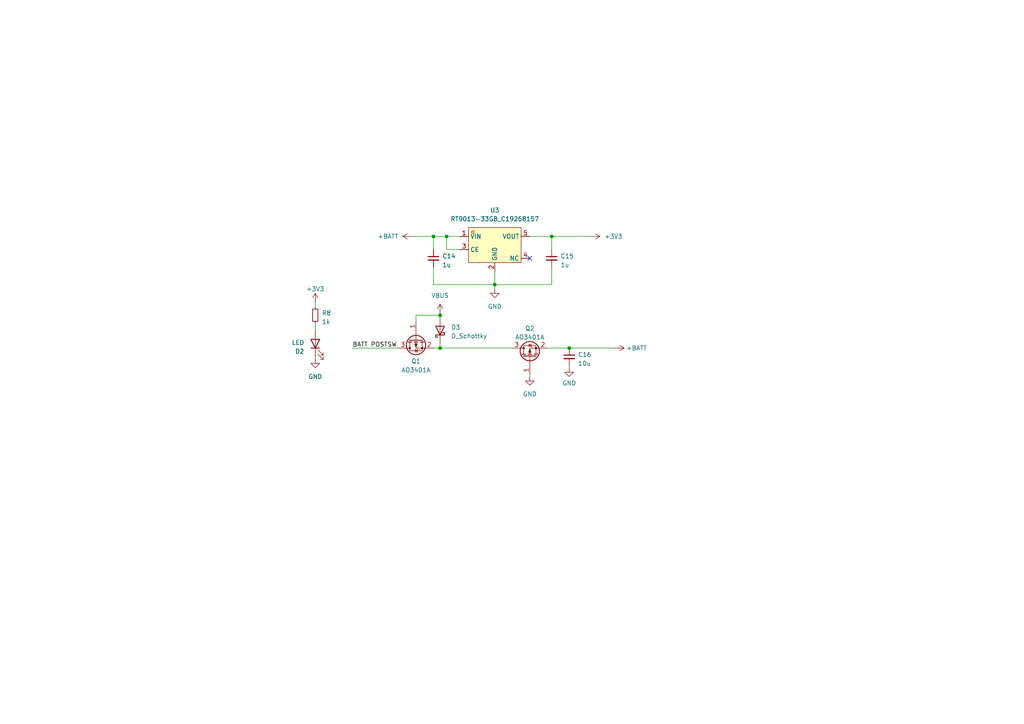
<source format=kicad_sch>
(kicad_sch (version 20231120) (generator "eeschema") (generator_version "8.0")
  (paper "A4")
  (lib_symbols
    (symbol "+3V3_3" (power) (pin_numbers hide) (pin_names (offset 0) hide)
      (property "Value" "+3V3" (at 0 3.556 0))
      (symbol "+3V3_3_0_1"
        (polyline (pts (xy -0.762 1.27) (xy 0 2.54)))
        (polyline (pts (xy 0 0) (xy 0 2.54)))
        (polyline (pts (xy 0 2.54) (xy 0.762 1.27)))
      )
      (symbol "+3V3_3_1_1"
        (pin power_in line (at 0 0 90) (length 0) (name "~") (number "1"))
      )
    )
    (symbol ".kicad_sym:RT9013-33GB_C19268157"
      (property "Reference" "U" (at 0 7.62 0))
      (property "Value" "RT9013-33GB_C19268157" (at 0 -7.62 0))
      (symbol "RT9013-33GB_C19268157_0_1"
        (rectangle (start -7.62 5.08) (end 7.62 -5.08) (fill (type background)))
        (circle (center -6.35 3.81) (radius 0.38))
        (pin unspecified line (at -10.16 2.54 0) (length 2.54) (name "VIN") (number "1"))
        (pin unspecified line (at 0 -7.62 90) (length 2.54) (name "GND") (number "2"))
        (pin unspecified line (at -10.16 -1.27 0) (length 2.54) (name "CE") (number "3"))
        (pin unspecified line (at 10.16 -3.81 180) (length 2.54) (name "NC") (number "4"))
        (pin unspecified line (at 10.16 2.54 180) (length 2.54) (name "VOUT") (number "5"))
      )
    )
    (symbol "Device:C_Small" (pin_numbers hide) (pin_names (offset 0.254) hide)
      (property "Reference" "C" (at 0.254 1.778 0))
      (property "Value" "C_Small" (at 0.254 -2.032 0))
      (symbol "C_Small_0_1"
        (polyline (pts (xy -1.524 -0.508) (xy 1.524 -0.508)) (stroke (width 0.3302)))
        (polyline (pts (xy -1.524 0.508) (xy 1.524 0.508)) (stroke (width 0.3048)))
      )
      (symbol "C_Small_1_1"
        (pin passive line (at 0 2.54 270) (length 2.032) (name "~") (number "1"))
        (pin passive line (at 0 -2.54 90) (length 2.032) (name "~") (number "2"))
      )
    )
    (symbol "Device:D_Schottky" (pin_numbers hide) (pin_names (offset 1.016) hide)
      (property "Reference" "D" (at 0 2.54 0))
      (property "Value" "D_Schottky" (at 0 -2.54 0))
      (symbol "D_Schottky_0_1"
        (polyline (pts (xy 1.27 0) (xy -1.27 0)))
        (polyline (pts (xy 1.27 1.27) (xy 1.27 -1.27) (xy -1.27 0) (xy 1.27 1.27)) (stroke (width 0.254)))
        (polyline (pts (xy -1.905 0.635) (xy -1.905 1.27) (xy -1.27 1.27) (xy -1.27 -1.27) (xy -0.635 -1.27) (xy -0.635 -0.635)) (stroke (width 0.254)))
      )
      (symbol "D_Schottky_1_1"
        (pin passive line (at -3.81 0 0) (length 2.54) (name "K") (number "1"))
        (pin passive line (at 3.81 0 180) (length 2.54) (name "A") (number "2"))
      )
    )
    (symbol "Device:LED" (pin_numbers hide) (pin_names (offset 1.016) hide)
      (property "Reference" "D" (at 0 2.54 0))
      (property "Value" "LED" (at 0 -2.54 0))
      (symbol "LED_0_1"
        (polyline (pts (xy -1.27 -1.27) (xy -1.27 1.27)) (stroke (width 0.254)))
        (polyline (pts (xy -1.27 0) (xy 1.27 0)))
        (polyline (pts (xy 1.27 -1.27) (xy 1.27 1.27) (xy -1.27 0) (xy 1.27 -1.27)) (stroke (width 0.254)))
        (polyline (pts (xy -3.048 -0.762) (xy -4.572 -2.286) (xy -3.81 -2.286) (xy -4.572 -2.286) (xy -4.572 -1.524)))
        (polyline (pts (xy -1.778 -0.762) (xy -3.302 -2.286) (xy -2.54 -2.286) (xy -3.302 -2.286) (xy -3.302 -1.524)))
      )
      (symbol "LED_1_1"
        (pin passive line (at -3.81 0 0) (length 2.54) (name "K") (number "1"))
        (pin passive line (at 3.81 0 180) (length 2.54) (name "A") (number "2"))
      )
    )
    (symbol "Device:R_Small" (pin_numbers hide) (pin_names (offset 0.254) hide)
      (property "Reference" "R" (at 0.762 0.508 0))
      (property "Value" "R_Small" (at 0.762 -1.016 0))
      (symbol "R_Small_0_1"
        (rectangle (start -0.762 1.778) (end 0.762 -1.778) (stroke (width 0.2032)))
      )
      (symbol "R_Small_1_1"
        (pin passive line (at 0 2.54 270) (length 0.762) (name "~") (number "1"))
        (pin passive line (at 0 -2.54 90) (length 0.762) (name "~") (number "2"))
      )
    )
    (symbol "GND_3" (power) (pin_numbers hide) (pin_names (offset 0) hide)
      (property "Value" "GND" (at 0 -3.81 0))
      (symbol "GND_3_0_1"
        (polyline (pts (xy 0 0) (xy 0 -1.27) (xy 1.27 -1.27) (xy 0 -2.54) (xy -1.27 -1.27) (xy 0 -1.27)))
      )
      (symbol "GND_3_1_1"
        (pin power_in line (at 0 0 270) (length 0) (name "~") (number "1"))
      )
    )
    (symbol "Transistor_FET:AO3401A" (pin_names hide)
      (property "Reference" "Q" (at 5.08 1.905 0))
      (property "Value" "AO3401A" (at 5.08 0 0))
      (symbol "AO3401A_0_1"
        (polyline (pts (xy 0.254 0) (xy -2.54 0)))
        (polyline (pts (xy 0.254 1.905) (xy 0.254 -1.905)) (stroke (width 0.254)))
        (polyline (pts (xy 0.762 -1.27) (xy 0.762 -2.286)) (stroke (width 0.254)))
        (polyline (pts (xy 0.762 0.508) (xy 0.762 -0.508)) (stroke (width 0.254)))
        (polyline (pts (xy 0.762 2.286) (xy 0.762 1.27)) (stroke (width 0.254)))
        (polyline (pts (xy 2.54 2.54) (xy 2.54 1.778)))
        (polyline (pts (xy 2.54 -2.54) (xy 2.54 0) (xy 0.762 0)))
        (polyline (pts (xy 0.762 1.778) (xy 3.302 1.778) (xy 3.302 -1.778) (xy 0.762 -1.778)))
        (polyline (pts (xy 2.286 0) (xy 1.27 0.381) (xy 1.27 -0.381) (xy 2.286 0)) (fill (type outline)))
        (polyline (pts (xy 2.794 -0.508) (xy 2.921 -0.381) (xy 3.683 -0.381) (xy 3.81 -0.254)))
        (polyline (pts (xy 3.302 -0.381) (xy 2.921 0.254) (xy 3.683 0.254) (xy 3.302 -0.381)))
        (circle (center 1.651 0) (radius 2.794) (stroke (width 0.254)))
        (circle (center 2.54 -1.778) (radius 0.254) (fill (type outline)))
        (circle (center 2.54 1.778) (radius 0.254) (fill (type outline)))
      )
      (symbol "AO3401A_1_1"
        (pin input line (at -5.08 0 0) (length 2.54) (name "G") (number "1"))
        (pin passive line (at 2.54 -5.08 90) (length 2.54) (name "S") (number "2"))
        (pin passive line (at 2.54 5.08 270) (length 2.54) (name "D") (number "3"))
      )
    )
    (symbol "power:+12P" (power) (pin_names (offset 0))
      (property "Value" "+12P" (at 0 3.556 0))
      (symbol "+12P_0_1"
        (polyline (pts (xy -0.762 1.27) (xy 0 2.54)))
        (polyline (pts (xy 0 0) (xy 0 2.54)))
        (polyline (pts (xy 0 2.54) (xy 0.762 1.27)))
      )
      (symbol "+12P_1_1"
        (pin power_in line (at 0 0 90) (length 0) hide (name "+12P") (number "1"))
      )
    )
    (symbol "power:+3V3" (power) (pin_names (offset 0))
      (property "Value" "+3V3" (at 0 3.556 0))
      (symbol "+3V3_0_1"
        (polyline (pts (xy -0.762 1.27) (xy 0 2.54)))
        (polyline (pts (xy 0 0) (xy 0 2.54)))
        (polyline (pts (xy 0 2.54) (xy 0.762 1.27)))
      )
      (symbol "+3V3_1_1"
        (pin power_in line (at 0 0 90) (length 0) hide (name "+3V3") (number "1"))
      )
    )
    (symbol "power:GND" (power) (pin_names (offset 0))
      (property "Value" "GND" (at 0 -3.81 0))
      (symbol "GND_0_1"
        (polyline (pts (xy 0 0) (xy 0 -1.27) (xy 1.27 -1.27) (xy 0 -2.54) (xy -1.27 -1.27) (xy 0 -1.27)))
      )
      (symbol "GND_1_1"
        (pin power_in line (at 0 0 270) (length 0) hide (name "GND") (number "1"))
      )
    )
    (symbol "power:VBUS" (power) (pin_names (offset 0))
      (property "Value" "VBUS" (at 0 3.81 0))
      (symbol "VBUS_0_1"
        (polyline (pts (xy -0.762 1.27) (xy 0 2.54)))
        (polyline (pts (xy 0 0) (xy 0 2.54)))
        (polyline (pts (xy 0 2.54) (xy 0.762 1.27)))
      )
      (symbol "VBUS_1_1"
        (pin power_in line (at 0 0 90) (length 0) hide (name "VBUS") (number "1"))
      )
    )
  )
  (junction (at 160.02 68.58))
  (junction (at 127.635 100.965))
  (junction (at 129.54 68.58))
  (junction (at 143.51 82.55))
  (junction (at 127.635 91.44))
  (junction (at 125.73 68.58))
  (junction (at 165.1 100.965))
  (no_connect (at 153.67 74.93))
  (wire (pts (xy 160.02 68.58) (xy 171.45 68.58)))
  (wire (pts (xy 91.44 87.63) (xy 91.44 88.9)))
  (wire (pts (xy 125.73 77.47) (xy 125.73 82.55)))
  (wire (pts (xy 165.1 100.965) (xy 178.435 100.965)))
  (wire (pts (xy 165.1 106.045) (xy 165.1 106.68)))
  (wire (pts (xy 120.65 91.44) (xy 127.635 91.44)))
  (wire (pts (xy 143.51 82.55) (xy 143.51 83.82)))
  (wire (pts (xy 143.51 78.74) (xy 143.51 82.55)))
  (wire (pts (xy 160.02 77.47) (xy 160.02 82.55)))
  (wire (pts (xy 125.73 100.965) (xy 127.635 100.965)))
  (wire (pts (xy 129.54 68.58) (xy 133.35 68.58)))
  (wire (pts (xy 91.44 103.505) (xy 91.44 104.14)))
  (wire (pts (xy 160.02 68.58) (xy 160.02 72.39)))
  (wire (pts (xy 153.67 109.22) (xy 153.67 108.585)))
  (wire (pts (xy 127.635 90.805) (xy 127.635 91.44)))
  (wire (pts (xy 125.73 68.58) (xy 129.54 68.58)))
  (wire (pts (xy 91.44 95.885) (xy 91.44 93.98)))
  (wire (pts (xy 119.38 68.58) (xy 125.73 68.58)))
  (wire (pts (xy 129.54 72.39) (xy 129.54 68.58)))
  (wire (pts (xy 143.51 82.55) (xy 125.73 82.55)))
  (wire (pts (xy 102.235 100.965) (xy 115.57 100.965)))
  (wire (pts (xy 120.65 91.44) (xy 120.65 93.345)))
  (wire (pts (xy 127.635 100.965) (xy 148.59 100.965)))
  (wire (pts (xy 127.635 91.44) (xy 127.635 92.075)))
  (wire (pts (xy 153.67 68.58) (xy 160.02 68.58)))
  (wire (pts (xy 158.75 100.965) (xy 165.1 100.965)))
  (wire (pts (xy 125.73 68.58) (xy 125.73 72.39)))
  (wire (pts (xy 127.635 99.695) (xy 127.635 100.965)))
  (wire (pts (xy 133.35 72.39) (xy 129.54 72.39)))
  (wire (pts (xy 143.51 82.55) (xy 160.02 82.55)))
  (label "BATT POSTSW" (at 102.235 100.965 0))
  (symbol (lib_id "Device:R_Small") (at 91.44 91.44 180) (unit 1)
    (property "Reference" "R8" (at 93.345 90.805 0) (effects (justify right)))
    (property "Value" "1k" (at 93.345 93.345 0) (effects (justify right)))
    (property "Footprint" "Resistor_SMD:R_0402_1005Metric" (effects (hide yes)))
    (property "LCSC Part" "C11702" (effects (hide yes)))
  )
  (symbol (lib_id "power:GND") (at 165.1 106.68 0) (unit 1)
    (property "Reference" "#PWR031" (effects (hide yes)))
    (property "Value" "GND" (at 165.1 111.125 0))
  )
  (symbol (lib_name "GND_3") (lib_id "power:GND") (at 143.51 83.82 0) (unit 1)
    (property "Reference" "#PWR029" (effects (hide yes)))
    (property "Value" "GND" (at 143.51 88.9 0))
    (property "Description" "Power symbol creates a global label with name \"GND\" , ground" (effects (hide yes)))
  )
  (symbol (lib_id "Transistor_FET:AO3401A") (at 153.67 103.505 90) (unit 1)
    (property "Reference" "Q2" (at 153.67 95.25 90))
    (property "Value" "AO3401A" (at 153.67 97.79 90))
    (property "Footprint" "Package_TO_SOT_SMD:SOT-23" (effects (hide yes)))
    (property "Datasheet" "http://www.aosmd.com/pdfs/datasheet/AO3401A.pdf" (effects (hide yes)))
    (property "LCSC Part" "C15127" (effects (hide yes)))
  )
  (symbol (lib_id "Device:C_Small") (at 160.02 74.93 0) (unit 1)
    (property "Reference" "C15" (at 162.56 74.3013 0) (effects (justify left)))
    (property "Value" "1u" (at 162.56 76.8413 0) (effects (justify left)))
    (property "Footprint" "Capacitor_SMD:C_0402_1005Metric" (effects (hide yes)))
    (property "LCSC Part" "C52923" (effects (hide yes)))
  )
  (symbol (lib_name "+3V3_3") (lib_id "power:+3V3") (at 171.45 68.58 270) (unit 1)
    (property "Reference" "#PWR032" (effects (hide yes)))
    (property "Value" "+3V3" (at 175.26 68.5799 90) (effects (justify left)))
    (property "Description" "Power symbol creates a global label with name \"+3V3\"" (effects (hide yes)))
  )
  (symbol (lib_id "power:GND") (at 91.44 104.14 0) (unit 1)
    (property "Reference" "#PWR026" (effects (hide yes)))
    (property "Value" "GND" (at 91.44 109.22 0))
  )
  (symbol (lib_id "power:VBUS") (at 127.635 90.805 0) (unit 1)
    (property "Reference" "#PWR028" (effects (hide yes)))
    (property "Value" "VBUS" (at 127.635 85.725 0))
  )
  (symbol (lib_id "Device:D_Schottky") (at 127.635 95.885 90) (unit 1)
    (property "Reference" "D3" (at 130.81 94.9324 90) (effects (justify right)))
    (property "Value" "D_Schottky" (at 130.81 97.4724 90) (effects (justify right)))
    (property "Footprint" "Diode_SMD:D_SOD-323F" (effects (hide yes)))
    (property "Description" "Schottky diode" (effects (hide yes)))
    (property "LCSC Part" "C191023" (effects (hide yes)))
  )
  (symbol (lib_id "Device:C_Small") (at 125.73 74.93 0) (unit 1)
    (property "Reference" "C14" (at 128.27 74.3013 0) (effects (justify left)))
    (property "Value" "1u" (at 128.27 76.8413 0) (effects (justify left)))
    (property "Footprint" "Capacitor_SMD:C_0402_1005Metric" (effects (hide yes)))
    (property "LCSC Part" "C52923" (effects (hide yes)))
  )
  (symbol (lib_id ".kicad_sym:RT9013-33GB_C19268157") (at 143.51 71.12 0) (unit 1)
    (property "Reference" "U3" (at 143.51 60.96 0))
    (property "Value" "RT9013-33GB_C19268157" (at 143.51 63.5 0))
    (property "Footprint" ".pretty:SOT-23-5_L2.9-W1.6-P0.95-LS2.8-BR" (effects (hide yes)))
    (property "LCSC Part" "C19268157" (effects (hide yes)))
  )
  (symbol (lib_id "Device:C_Small") (at 165.1 103.505 0) (unit 1)
    (property "Reference" "C16" (at 167.64 102.8763 0) (effects (justify left)))
    (property "Value" "10u" (at 167.64 105.4163 0) (effects (justify left)))
    (property "Footprint" "Capacitor_SMD:C_0603_1608Metric" (effects (hide yes)))
    (property "LCSC Part" "C96446" (effects (hide yes)))
  )
  (symbol (lib_id "power:+12P") (at 178.435 100.965 270) (unit 1)
    (property "Reference" "#PWR033" (effects (hide yes)))
    (property "Value" "+BATT" (at 181.61 100.965 90) (effects (justify left)))
  )
  (symbol (lib_id "Transistor_FET:AO3401A") (at 120.65 98.425 90) (mirror x) (unit 1)
    (property "Reference" "Q1" (at 120.65 104.775 90))
    (property "Value" "AO3401A" (at 120.65 107.315 90))
    (property "Footprint" "Package_TO_SOT_SMD:SOT-23" (effects (hide yes)))
    (property "Datasheet" "http://www.aosmd.com/pdfs/datasheet/AO3401A.pdf" (effects (hide yes)))
    (property "LCSC Part" "C15127" (effects (hide yes)))
  )
  (symbol (lib_id "power:+12P") (at 119.38 68.58 90) (unit 1)
    (property "Reference" "#PWR027" (effects (hide yes)))
    (property "Value" "+BATT" (at 115.57 68.5799 90) (effects (justify left)))
  )
  (symbol (lib_id "Device:LED") (at 91.44 99.695 90) (unit 1) (in_bom no)
    (property "Reference" "D2" (at 88.265 101.9175 90) (effects (justify left)))
    (property "Value" "LED" (at 88.265 99.3775 90) (effects (justify left)))
    (property "Footprint" "LED_SMD:LED_0805_2012Metric" (effects (hide yes)))
  )
  (symbol (lib_id "power:GND") (at 153.67 109.22 0) (unit 1)
    (property "Reference" "#PWR030" (effects (hide yes)))
    (property "Value" "GND" (at 153.67 114.3 0))
  )
  (symbol (lib_id "power:+3V3") (at 91.44 87.63 0) (unit 1)
    (property "Reference" "#PWR025" (effects (hide yes)))
    (property "Value" "+3V3" (at 91.44 83.82 0))
  )
)
</source>
